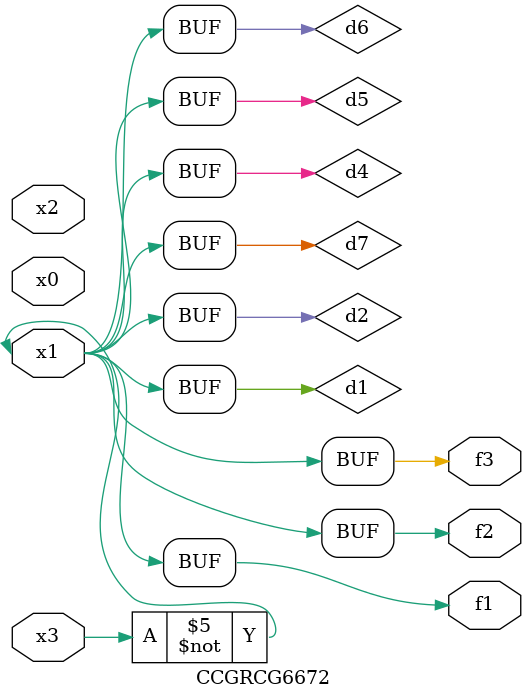
<source format=v>
module CCGRCG6672(
	input x0, x1, x2, x3,
	output f1, f2, f3
);

	wire d1, d2, d3, d4, d5, d6, d7;

	not (d1, x3);
	buf (d2, x1);
	xnor (d3, d1, d2);
	nor (d4, d1);
	buf (d5, d1, d2);
	buf (d6, d4, d5);
	nand (d7, d4);
	assign f1 = d6;
	assign f2 = d7;
	assign f3 = d6;
endmodule

</source>
